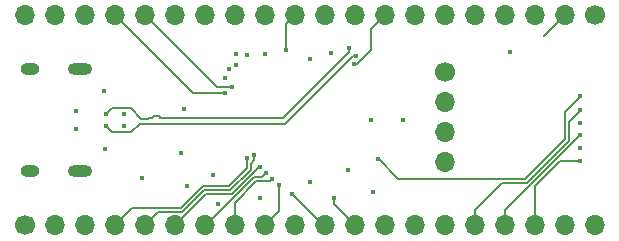
<source format=gbr>
%TF.GenerationSoftware,KiCad,Pcbnew,(5.1.6)-1*%
%TF.CreationDate,2022-07-03T21:07:17+08:00*%
%TF.ProjectId,cloneduino_zero,636c6f6e-6564-4756-996e-6f5f7a65726f,1.0*%
%TF.SameCoordinates,Original*%
%TF.FileFunction,Copper,L4,Bot*%
%TF.FilePolarity,Positive*%
%FSLAX46Y46*%
G04 Gerber Fmt 4.6, Leading zero omitted, Abs format (unit mm)*
G04 Created by KiCad (PCBNEW (5.1.6)-1) date 2022-07-03 21:07:17*
%MOMM*%
%LPD*%
G01*
G04 APERTURE LIST*
%TA.AperFunction,ComponentPad*%
%ADD10O,1.700000X1.700000*%
%TD*%
%TA.AperFunction,ComponentPad*%
%ADD11C,1.700000*%
%TD*%
%TA.AperFunction,ComponentPad*%
%ADD12O,2.100000X1.000000*%
%TD*%
%TA.AperFunction,ComponentPad*%
%ADD13O,1.600000X1.000000*%
%TD*%
%TA.AperFunction,ViaPad*%
%ADD14C,0.450000*%
%TD*%
%TA.AperFunction,Conductor*%
%ADD15C,0.127000*%
%TD*%
G04 APERTURE END LIST*
D10*
%TO.P,J4,20*%
%TO.N,+5V*%
X49276000Y-85344000D03*
%TO.P,J4,19*%
%TO.N,+3V3*%
X51816000Y-85344000D03*
%TO.P,J4,18*%
%TO.N,GND*%
X54356000Y-85344000D03*
%TO.P,J4,17*%
%TO.N,/PB03*%
X56896000Y-85344000D03*
%TO.P,J4,16*%
%TO.N,/PB02*%
X59436000Y-85344000D03*
%TO.P,J4,15*%
%TO.N,/PA28*%
X61976000Y-85344000D03*
%TO.P,J4,14*%
%TO.N,/NRST*%
X64516000Y-85344000D03*
%TO.P,J4,13*%
%TO.N,/PA27*%
X67056000Y-85344000D03*
%TO.P,J4,12*%
%TO.N,/PB23*%
X69596000Y-85344000D03*
%TO.P,J4,11*%
%TO.N,/PB22*%
X72136000Y-85344000D03*
%TO.P,J4,10*%
%TO.N,/USB_D+*%
X74676000Y-85344000D03*
%TO.P,J4,9*%
%TO.N,/USB_D-*%
X77216000Y-85344000D03*
%TO.P,J4,8*%
%TO.N,/PA23*%
X79756000Y-85344000D03*
%TO.P,J4,7*%
%TO.N,/PA22*%
X82296000Y-85344000D03*
%TO.P,J4,6*%
%TO.N,/PA21*%
X84836000Y-85344000D03*
%TO.P,J4,5*%
%TO.N,/PA20*%
X87376000Y-85344000D03*
%TO.P,J4,4*%
%TO.N,/PA19*%
X89916000Y-85344000D03*
%TO.P,J4,3*%
%TO.N,/PA18*%
X92456000Y-85344000D03*
%TO.P,J4,2*%
%TO.N,/PA17*%
X94996000Y-85344000D03*
D11*
%TO.P,J4,1*%
%TO.N,/PA16*%
X97536000Y-85344000D03*
%TD*%
D12*
%TO.P,J1,S1*%
%TO.N,GND*%
X53930000Y-98554000D03*
X53930000Y-89914000D03*
D13*
X49750000Y-89914000D03*
X49750000Y-98554000D03*
%TD*%
D10*
%TO.P,J5,4*%
%TO.N,GND*%
X84836000Y-97790000D03*
%TO.P,J5,3*%
%TO.N,/PA31*%
X84836000Y-95250000D03*
%TO.P,J5,2*%
%TO.N,/PA30*%
X84836000Y-92710000D03*
D11*
%TO.P,J5,1*%
%TO.N,+3V3*%
X84836000Y-90170000D03*
%TD*%
D10*
%TO.P,J3,20*%
%TO.N,/PA15*%
X97536000Y-103124000D03*
%TO.P,J3,19*%
%TO.N,/PA14*%
X94996000Y-103124000D03*
%TO.P,J3,18*%
%TO.N,/PA12*%
X92456000Y-103124000D03*
%TO.P,J3,17*%
%TO.N,/PB11*%
X89916000Y-103124000D03*
%TO.P,J3,16*%
%TO.N,/PB10*%
X87376000Y-103124000D03*
%TO.P,J3,15*%
%TO.N,/PA11*%
X84836000Y-103124000D03*
%TO.P,J3,14*%
%TO.N,/PA10*%
X82296000Y-103124000D03*
%TO.P,J3,13*%
%TO.N,/PA09*%
X79756000Y-103124000D03*
%TO.P,J3,12*%
%TO.N,/PA08*%
X77216000Y-103124000D03*
%TO.P,J3,11*%
%TO.N,/PA07*%
X74676000Y-103124000D03*
%TO.P,J3,10*%
%TO.N,/PA06*%
X72136000Y-103124000D03*
%TO.P,J3,9*%
%TO.N,/PA05*%
X69596000Y-103124000D03*
%TO.P,J3,8*%
%TO.N,/PA04*%
X67056000Y-103124000D03*
%TO.P,J3,7*%
%TO.N,/PB09*%
X64516000Y-103124000D03*
%TO.P,J3,6*%
%TO.N,/PB08*%
X61976000Y-103124000D03*
%TO.P,J3,5*%
%TO.N,/PA03*%
X59436000Y-103124000D03*
%TO.P,J3,4*%
%TO.N,/PA02*%
X56896000Y-103124000D03*
%TO.P,J3,3*%
%TO.N,GND*%
X54356000Y-103124000D03*
%TO.P,J3,2*%
%TO.N,+3V3*%
X51816000Y-103124000D03*
D11*
%TO.P,J3,1*%
%TO.N,+5V*%
X49276000Y-103124000D03*
%TD*%
D14*
%TO.N,GND*%
X73406000Y-89027000D03*
X96266000Y-96629000D03*
X57658000Y-93726000D03*
X69215000Y-100838000D03*
X62484000Y-97028000D03*
X78613000Y-94234000D03*
X73406000Y-99441000D03*
X78740000Y-100330000D03*
X65214500Y-98869500D03*
X68072000Y-88684053D03*
X57658000Y-94742000D03*
X90322000Y-88494000D03*
X67183000Y-89535000D03*
%TO.N,+5V*%
X56035990Y-96684000D03*
X55955496Y-91769496D03*
%TO.N,+3V3*%
X75184000Y-88519000D03*
X62738000Y-93284000D03*
X96266000Y-94429000D03*
X59228000Y-99141000D03*
X76644500Y-98488500D03*
X65659000Y-101346000D03*
X67183000Y-88646000D03*
%TO.N,/NRST*%
X69599022Y-88642978D03*
X81280000Y-94234000D03*
%TO.N,/USB_D-*%
X56134000Y-94742000D03*
X53582000Y-93484000D03*
X77343000Y-88805100D03*
%TO.N,/USB_D+*%
X76708000Y-88138000D03*
X56134000Y-93726000D03*
X53594000Y-94996000D03*
%TO.N,/PA02*%
X68072000Y-97409000D03*
%TO.N,/PA03*%
X68707000Y-97155000D03*
%TO.N,/PB08*%
X69215000Y-98171000D03*
%TO.N,/PB09*%
X69723000Y-98679000D03*
%TO.N,/PA04*%
X70231000Y-99187000D03*
%TO.N,/PA05*%
X70764491Y-99695000D03*
%TO.N,/PA07*%
X71882000Y-100457000D03*
%TO.N,/PA08*%
X75438000Y-100838000D03*
%TO.N,/PB10*%
X96266000Y-93345000D03*
%TO.N,/PB11*%
X96266000Y-95529000D03*
%TO.N,/PA12*%
X96266000Y-97729000D03*
%TO.N,/PB03*%
X66230500Y-91948000D03*
%TO.N,/PB02*%
X66802000Y-91440000D03*
%TO.N,/PA31*%
X66230500Y-90678000D03*
%TO.N,/PA30*%
X66548000Y-89916000D03*
%TO.N,/PB22*%
X71358183Y-88280817D03*
%TO.N,/PA23*%
X77133659Y-89452659D03*
%TO.N,/PA17*%
X62992000Y-99822000D03*
%TO.N,/PA13*%
X79160076Y-97496924D03*
X96266000Y-92202000D03*
%TD*%
D15*
%TO.N,/USB_D-*%
X77343000Y-88805100D02*
X77026199Y-88805100D01*
X59003938Y-94539062D02*
X59892938Y-94539062D01*
X77026199Y-88805100D02*
X71292237Y-94539062D01*
X71292237Y-94539062D02*
X59892938Y-94539062D01*
X59892938Y-94539062D02*
X59690599Y-94539062D01*
X56134000Y-94742000D02*
X56642000Y-95250000D01*
X58285001Y-95242001D02*
X58300999Y-95242001D01*
X56642000Y-95250000D02*
X58293000Y-95250000D01*
X58293000Y-95250000D02*
X58285001Y-95242001D01*
X58300999Y-95242001D02*
X59003938Y-94539062D01*
%TO.N,/USB_D+*%
X60784122Y-94085928D02*
X60757702Y-94076684D01*
X60714209Y-94041999D02*
X60699316Y-94018298D01*
X60734001Y-94061791D02*
X60714209Y-94041999D01*
X60016173Y-94076684D02*
X59989753Y-94085928D01*
X60639874Y-93866334D02*
X60616173Y-93851441D01*
X59989753Y-94085928D02*
X59961938Y-94089062D01*
X60039874Y-94061791D02*
X60016173Y-94076684D01*
X60099316Y-93909827D02*
X60090072Y-93936247D01*
X60659666Y-93886126D02*
X60639874Y-93866334D01*
X60074559Y-94018298D02*
X60059666Y-94041999D01*
X59684170Y-94095491D02*
X59130971Y-94095491D01*
X59690599Y-94089062D02*
X59684170Y-94095491D01*
X60059666Y-94041999D02*
X60039874Y-94061791D01*
X60134001Y-93866334D02*
X60114209Y-93886126D01*
X71105839Y-94089062D02*
X60811938Y-94089062D01*
X56134000Y-93726000D02*
X56634001Y-93225999D01*
X60811938Y-94089062D02*
X60784122Y-94085928D01*
X60184122Y-93842197D02*
X60157702Y-93851441D01*
X60114209Y-93886126D02*
X60099316Y-93909827D01*
X76708000Y-88138000D02*
X76708000Y-88486901D01*
X60211938Y-93839062D02*
X60184122Y-93842197D01*
X60589753Y-93842197D02*
X60561938Y-93839062D01*
X60757702Y-94076684D02*
X60734001Y-94061791D01*
X60616173Y-93851441D02*
X60589753Y-93842197D01*
X59961938Y-94089062D02*
X59690599Y-94089062D01*
X58261480Y-93225999D02*
X56634001Y-93225999D01*
X60090072Y-93936247D02*
X60083803Y-93991878D01*
X60699316Y-94018298D02*
X60690072Y-93991878D01*
X59130971Y-94095491D02*
X58261480Y-93225999D01*
X60683803Y-93936247D02*
X60674559Y-93909827D01*
X60083803Y-93991878D02*
X60074559Y-94018298D01*
X60674559Y-93909827D02*
X60659666Y-93886126D01*
X60690072Y-93991878D02*
X60683803Y-93936247D01*
X76708000Y-88486901D02*
X71105839Y-94089062D01*
X60157702Y-93851441D02*
X60134001Y-93866334D01*
X60561938Y-93839062D02*
X60211938Y-93839062D01*
%TO.N,/PA02*%
X56896000Y-103124000D02*
X58336511Y-101683489D01*
X58336511Y-101683489D02*
X62491591Y-101683489D01*
X68072000Y-98298000D02*
X66548000Y-99822000D01*
X64353080Y-99822000D02*
X65024000Y-99822000D01*
X62491591Y-101683489D02*
X64353080Y-99822000D01*
X66548000Y-99822000D02*
X66294000Y-99822000D01*
X68072000Y-97409000D02*
X68072000Y-98298000D01*
X66294000Y-99822000D02*
X65024000Y-99822000D01*
%TO.N,/PA03*%
X65204990Y-100149010D02*
X65839990Y-100149010D01*
X59436000Y-103124000D02*
X60549501Y-102010499D01*
X68399010Y-98433451D02*
X67645460Y-99187000D01*
X62627041Y-102010499D02*
X64488530Y-100149010D01*
X68707000Y-97609010D02*
X68399010Y-97917000D01*
X68399010Y-97917000D02*
X68399010Y-98433451D01*
X68399010Y-98433451D02*
X66683451Y-100149010D01*
X68707000Y-97155000D02*
X68707000Y-97609010D01*
X68707000Y-97536000D02*
X68707000Y-97155000D01*
X60549501Y-102010499D02*
X62627041Y-102010499D01*
X68707000Y-97545510D02*
X68707000Y-97155000D01*
X64488530Y-100149010D02*
X65204990Y-100149010D01*
X66683451Y-100149010D02*
X65839990Y-100149010D01*
X68707000Y-97409000D02*
X68707000Y-97536000D01*
%TO.N,/PB08*%
X63055500Y-102044500D02*
X63101039Y-101998961D01*
X66274980Y-100476020D02*
X65893980Y-100476020D01*
X61976000Y-103124000D02*
X63055500Y-102044500D01*
X69215000Y-98171000D02*
X69123922Y-98171000D01*
X68961000Y-98333922D02*
X68724961Y-98569961D01*
X66818902Y-100476020D02*
X66274980Y-100476020D01*
X66655980Y-100476020D02*
X66274980Y-100476020D01*
X63055500Y-102044500D02*
X64623980Y-100476020D01*
X69123922Y-98171000D02*
X68961000Y-98333922D01*
X65893980Y-100476020D02*
X64623980Y-100476020D01*
X68724961Y-98569961D02*
X66818902Y-100476020D01*
%TO.N,/PB09*%
X68702191Y-99055191D02*
X64633382Y-103124000D01*
X64633382Y-103124000D02*
X64516000Y-103124000D01*
X69723000Y-98679000D02*
X69346809Y-99055191D01*
X69346809Y-99055191D02*
X68702191Y-99055191D01*
%TO.N,/PA04*%
X70035799Y-99382201D02*
X68892799Y-99382201D01*
X70231000Y-99187000D02*
X70035799Y-99382201D01*
X68892799Y-99382201D02*
X68770500Y-99504500D01*
X68770500Y-99504500D02*
X67119500Y-101155500D01*
X67056000Y-101219000D02*
X67119500Y-101155500D01*
X67119500Y-101155500D02*
X67310000Y-100965000D01*
X67310000Y-100965000D02*
X67310000Y-100909842D01*
X67056000Y-103124000D02*
X67056000Y-101219000D01*
X67056000Y-103124000D02*
X67056000Y-103073018D01*
%TO.N,/PA05*%
X70764491Y-101955509D02*
X69596000Y-103124000D01*
X70764491Y-99695000D02*
X70764491Y-101955509D01*
%TO.N,/PA07*%
X74549000Y-103124000D02*
X74676000Y-103124000D01*
X71882000Y-100457000D02*
X74549000Y-103124000D01*
%TO.N,/PA08*%
X75438000Y-101346000D02*
X77216000Y-103124000D01*
X75438000Y-100838000D02*
X75438000Y-101346000D01*
%TO.N,/PA09*%
X79502000Y-103124000D02*
X79756000Y-103124000D01*
%TO.N,/PB10*%
X87376000Y-101854000D02*
X87376000Y-103124000D01*
X96393000Y-93345000D02*
X96393000Y-93345000D01*
X95377000Y-95955541D02*
X91764541Y-99568000D01*
X89662000Y-99568000D02*
X87376000Y-101854000D01*
X96393000Y-93345000D02*
X95377000Y-94361000D01*
X91764541Y-99568000D02*
X89662000Y-99568000D01*
X95377000Y-94361000D02*
X95377000Y-95955541D01*
%TO.N,/PB11*%
X96266000Y-95529000D02*
X89916000Y-101879000D01*
X89916000Y-101879000D02*
X89916000Y-103124000D01*
%TO.N,/PA12*%
X94549000Y-97729000D02*
X96266000Y-97729000D01*
X92456000Y-103124000D02*
X92456000Y-99822000D01*
X96327000Y-97729000D02*
X96327000Y-97729000D01*
X92456000Y-99822000D02*
X94549000Y-97729000D01*
%TO.N,/PB03*%
X63500000Y-91948000D02*
X56896000Y-85344000D01*
X66230500Y-91948000D02*
X63500000Y-91948000D01*
%TO.N,/PB02*%
X66802000Y-91440000D02*
X65532000Y-91440000D01*
X65532000Y-91440000D02*
X59436000Y-85344000D01*
%TO.N,/PA27*%
X67056000Y-85394982D02*
X67056000Y-85344000D01*
%TO.N,/PB22*%
X71358183Y-86121817D02*
X72136000Y-85344000D01*
X71358183Y-88280817D02*
X71358183Y-86121817D01*
%TO.N,/PA23*%
X77416501Y-89452659D02*
X77133659Y-89452659D01*
X78613000Y-86487000D02*
X78613000Y-88256160D01*
X78613000Y-88256160D02*
X77416501Y-89452659D01*
X79756000Y-85344000D02*
X78613000Y-86487000D01*
%TO.N,/PA17*%
X94996000Y-85344000D02*
X93218000Y-87122000D01*
%TO.N,/PA13*%
X96393000Y-92202000D02*
X96393000Y-92202000D01*
X80904142Y-99240990D02*
X79223576Y-97560424D01*
X95049990Y-95820090D02*
X91629090Y-99240990D01*
X95049990Y-93545010D02*
X95049990Y-95820090D01*
X96393000Y-92202000D02*
X95049990Y-93545010D01*
X91629090Y-99240990D02*
X80904142Y-99240990D01*
%TD*%
M02*

</source>
